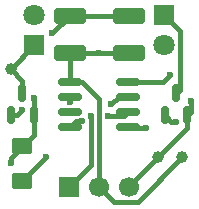
<source format=gbr>
%TF.GenerationSoftware,KiCad,Pcbnew,9.0.7*%
%TF.CreationDate,2026-01-19T15:41:53+08:00*%
%TF.ProjectId,mini-ir-blaster,6d696e69-2d69-4722-9d62-6c6173746572,rev?*%
%TF.SameCoordinates,Original*%
%TF.FileFunction,Copper,L1,Top*%
%TF.FilePolarity,Positive*%
%FSLAX46Y46*%
G04 Gerber Fmt 4.6, Leading zero omitted, Abs format (unit mm)*
G04 Created by KiCad (PCBNEW 9.0.7) date 2026-01-19 15:41:53*
%MOMM*%
%LPD*%
G01*
G04 APERTURE LIST*
G04 Aperture macros list*
%AMRoundRect*
0 Rectangle with rounded corners*
0 $1 Rounding radius*
0 $2 $3 $4 $5 $6 $7 $8 $9 X,Y pos of 4 corners*
0 Add a 4 corners polygon primitive as box body*
4,1,4,$2,$3,$4,$5,$6,$7,$8,$9,$2,$3,0*
0 Add four circle primitives for the rounded corners*
1,1,$1+$1,$2,$3*
1,1,$1+$1,$4,$5*
1,1,$1+$1,$6,$7*
1,1,$1+$1,$8,$9*
0 Add four rect primitives between the rounded corners*
20,1,$1+$1,$2,$3,$4,$5,0*
20,1,$1+$1,$4,$5,$6,$7,0*
20,1,$1+$1,$6,$7,$8,$9,0*
20,1,$1+$1,$8,$9,$2,$3,0*%
G04 Aperture macros list end*
%TA.AperFunction,SMDPad,CuDef*%
%ADD10RoundRect,0.150000X-0.825000X-0.150000X0.825000X-0.150000X0.825000X0.150000X-0.825000X0.150000X0*%
%TD*%
%TA.AperFunction,SMDPad,CuDef*%
%ADD11C,1.000000*%
%TD*%
%TA.AperFunction,SMDPad,CuDef*%
%ADD12RoundRect,0.150000X0.150000X-0.587500X0.150000X0.587500X-0.150000X0.587500X-0.150000X-0.587500X0*%
%TD*%
%TA.AperFunction,ComponentPad*%
%ADD13R,1.700000X1.700000*%
%TD*%
%TA.AperFunction,ComponentPad*%
%ADD14C,1.700000*%
%TD*%
%TA.AperFunction,SMDPad,CuDef*%
%ADD15RoundRect,0.250001X-0.624999X0.462499X-0.624999X-0.462499X0.624999X-0.462499X0.624999X0.462499X0*%
%TD*%
%TA.AperFunction,ComponentPad*%
%ADD16C,1.800000*%
%TD*%
%TA.AperFunction,ComponentPad*%
%ADD17R,1.800000X1.800000*%
%TD*%
%TA.AperFunction,SMDPad,CuDef*%
%ADD18RoundRect,0.250000X1.100000X-0.412500X1.100000X0.412500X-1.100000X0.412500X-1.100000X-0.412500X0*%
%TD*%
%TA.AperFunction,ViaPad*%
%ADD19C,0.600000*%
%TD*%
%TA.AperFunction,Conductor*%
%ADD20C,0.400000*%
%TD*%
G04 APERTURE END LIST*
D10*
%TO.P,U1,1,VCC*%
%TO.N,+5V*%
X180025000Y-110595000D03*
%TO.P,U1,2,PA6*%
%TO.N,Net-(JP2-A)*%
X180025000Y-111865000D03*
%TO.P,U1,3,PA7*%
%TO.N,Net-(JP3-A)*%
X180025000Y-113135000D03*
%TO.P,U1,4,PA1*%
%TO.N,/PA1*%
X180025000Y-114405000D03*
%TO.P,U1,5,PA2*%
%TO.N,/PA2*%
X184975000Y-114405000D03*
%TO.P,U1,6,~{RESET}/PA0*%
%TO.N,/UPDI*%
X184975000Y-113135000D03*
%TO.P,U1,7,PA3*%
%TO.N,Net-(U1-PA3)*%
X184975000Y-111865000D03*
%TO.P,U1,8,GND*%
%TO.N,GND*%
X184975000Y-110595000D03*
%TD*%
D11*
%TO.P,TP3,1,1*%
%TO.N,GND*%
X187500000Y-117000000D03*
%TD*%
%TO.P,TP2,1,1*%
%TO.N,+5V*%
X189500000Y-117000000D03*
%TD*%
%TO.P,TP1,1,1*%
%TO.N,Net-(D2-K)*%
X175000000Y-109500000D03*
%TD*%
D12*
%TO.P,Q2,1,G*%
%TO.N,Net-(Q2-G)*%
X188050000Y-113437500D03*
%TO.P,Q2,2,S*%
%TO.N,GND*%
X189950000Y-113437500D03*
%TO.P,Q2,3,D*%
%TO.N,Net-(D1-K)*%
X189000000Y-111562500D03*
%TD*%
%TO.P,Q1,1,G*%
%TO.N,Net-(Q1-G)*%
X175050000Y-113437500D03*
%TO.P,Q1,2,S*%
%TO.N,GND*%
X176950000Y-113437500D03*
%TO.P,Q1,3,D*%
%TO.N,Net-(D2-K)*%
X176000000Y-111562500D03*
%TD*%
D13*
%TO.P,J1,1,Pin_1*%
%TO.N,/UPDI*%
X179960000Y-119500000D03*
D14*
%TO.P,J1,2,Pin_2*%
%TO.N,+5V*%
X182500000Y-119500000D03*
%TO.P,J1,3,Pin_3*%
%TO.N,GND*%
X185040000Y-119500000D03*
%TD*%
D15*
%TO.P,D3,1,K*%
%TO.N,GND*%
X176000000Y-116025000D03*
%TO.P,D3,2,A*%
%TO.N,Net-(D3-A)*%
X176000000Y-119000000D03*
%TD*%
D16*
%TO.P,D2,2,A*%
%TO.N,Net-(D2-A)*%
X177000000Y-104960000D03*
D17*
%TO.P,D2,1,K*%
%TO.N,Net-(D2-K)*%
X177000000Y-107500000D03*
%TD*%
%TO.P,D1,1,K*%
%TO.N,Net-(D1-K)*%
X188000000Y-104960000D03*
D16*
%TO.P,D1,2,A*%
%TO.N,Net-(D1-A)*%
X188000000Y-107500000D03*
%TD*%
D18*
%TO.P,C2,2*%
%TO.N,GND*%
X185000000Y-105000000D03*
%TO.P,C2,1*%
%TO.N,+5V*%
X185000000Y-108125000D03*
%TD*%
%TO.P,C1,1*%
%TO.N,+5V*%
X180000000Y-108125000D03*
%TO.P,C1,2*%
%TO.N,GND*%
X180000000Y-105000000D03*
%TD*%
D19*
%TO.N,GND*%
X190250000Y-112250000D03*
X177000000Y-112000000D03*
X178500000Y-106500000D03*
X188500000Y-110000000D03*
X175000000Y-117500000D03*
%TO.N,Net-(JP3-A)*%
X180134949Y-113244950D03*
%TO.N,+5V*%
X182500000Y-108125000D03*
%TO.N,Net-(JP2-A)*%
X180054949Y-112335000D03*
%TO.N,/PA1*%
X181010516Y-113915785D03*
%TO.N,Net-(Q2-G)*%
X189000000Y-114000000D03*
%TO.N,/PA2*%
X186500000Y-114500000D03*
%TO.N,Net-(U1-PA3)*%
X183500000Y-112500000D03*
%TO.N,Net-(Q1-G)*%
X176000000Y-113000000D03*
%TO.N,Net-(D3-A)*%
X178000000Y-117000000D03*
%TO.N,/UPDI*%
X183200000Y-113500000D03*
X181800000Y-113500000D03*
%TD*%
D20*
%TO.N,GND*%
X190250000Y-112250000D02*
X190250000Y-113137500D01*
X190250000Y-113137500D02*
X189950000Y-113437500D01*
X177000000Y-112000000D02*
X177000000Y-113387500D01*
X177000000Y-113387500D02*
X176950000Y-113437500D01*
X178500000Y-106500000D02*
X180000000Y-105000000D01*
X187905000Y-110595000D02*
X188500000Y-110000000D01*
X184975000Y-110595000D02*
X187905000Y-110595000D01*
X175000000Y-117500000D02*
X175000000Y-117025000D01*
X175000000Y-117025000D02*
X176000000Y-116025000D01*
%TO.N,+5V*%
X180000000Y-108125000D02*
X182500000Y-108125000D01*
%TO.N,Net-(JP2-A)*%
X180054949Y-112335000D02*
X180054949Y-111894949D01*
X180054949Y-111894949D02*
X180025000Y-111865000D01*
%TO.N,/PA1*%
X180514215Y-113915785D02*
X180025000Y-114405000D01*
X181010516Y-113915785D02*
X180514215Y-113915785D01*
%TO.N,Net-(Q2-G)*%
X189000000Y-114000000D02*
X188612500Y-114000000D01*
X188612500Y-114000000D02*
X188050000Y-113437500D01*
%TO.N,/PA2*%
X186500000Y-114500000D02*
X185070000Y-114500000D01*
X185070000Y-114500000D02*
X184975000Y-114405000D01*
%TO.N,Net-(U1-PA3)*%
X183500000Y-112500000D02*
X184135000Y-111865000D01*
X184135000Y-111865000D02*
X184975000Y-111865000D01*
%TO.N,Net-(Q1-G)*%
X175562500Y-113437500D02*
X176000000Y-113000000D01*
X175050000Y-113437500D02*
X175562500Y-113437500D01*
%TO.N,Net-(D3-A)*%
X176000000Y-119000000D02*
X178000000Y-117000000D01*
%TO.N,/UPDI*%
X179960000Y-119500000D02*
X181800000Y-117660000D01*
X181800000Y-117660000D02*
X181800000Y-113500000D01*
X183200000Y-113500000D02*
X184610000Y-113500000D01*
X184610000Y-113500000D02*
X184975000Y-113135000D01*
%TO.N,Net-(D2-K)*%
X176000000Y-111562500D02*
X176000000Y-110500000D01*
X176000000Y-110500000D02*
X175000000Y-109500000D01*
%TO.N,Net-(D1-K)*%
X189000000Y-111562500D02*
X189301000Y-111261500D01*
X189301000Y-111261500D02*
X189301000Y-106261000D01*
X189301000Y-106261000D02*
X188000000Y-104960000D01*
%TO.N,Net-(D2-K)*%
X175000000Y-109500000D02*
X177000000Y-107500000D01*
%TO.N,GND*%
X176950000Y-113437500D02*
X176950000Y-115075000D01*
X176950000Y-115075000D02*
X176000000Y-116025000D01*
X185000000Y-105000000D02*
X180000000Y-105000000D01*
X189950000Y-113437500D02*
X189950000Y-114550000D01*
X189950000Y-114550000D02*
X187500000Y-117000000D01*
X185040000Y-119500000D02*
X185040000Y-119460000D01*
X185040000Y-119460000D02*
X187500000Y-117000000D01*
%TO.N,+5V*%
X182500000Y-119500000D02*
X183751000Y-120751000D01*
X183751000Y-120751000D02*
X185749000Y-120751000D01*
X185749000Y-120751000D02*
X189500000Y-117000000D01*
X182500000Y-108125000D02*
X185000000Y-108125000D01*
X180025000Y-110595000D02*
X180025000Y-108150000D01*
X180025000Y-108150000D02*
X180000000Y-108125000D01*
X182500000Y-119500000D02*
X182500000Y-112095001D01*
X182500000Y-112095001D02*
X180999999Y-110595000D01*
X180999999Y-110595000D02*
X180025000Y-110595000D01*
%TD*%
M02*

</source>
